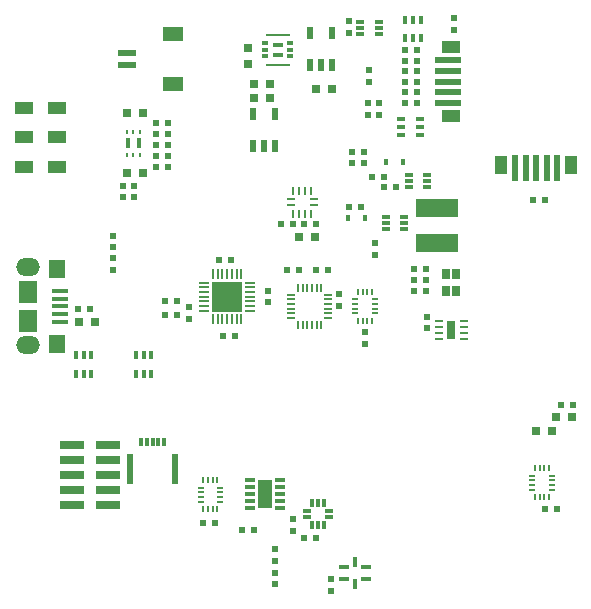
<source format=gbp>
G04 Layer_Color=128*
%FSLAX24Y24*%
%MOIN*%
G70*
G01*
G75*
%ADD14R,0.0236X0.0197*%
%ADD16R,0.0197X0.0236*%
%ADD17R,0.0315X0.0295*%
%ADD20R,0.0295X0.0315*%
%ADD61R,0.0217X0.0236*%
%ADD62R,0.0236X0.0217*%
%ADD64R,0.0157X0.0197*%
%ADD65R,0.0551X0.0630*%
%ADD66R,0.0610X0.0748*%
%ADD67R,0.0531X0.0157*%
%ADD68R,0.0610X0.0236*%
%ADD69R,0.0709X0.0472*%
%ADD70R,0.0236X0.1024*%
%ADD71R,0.0118X0.0315*%
%ADD72R,0.1417X0.0591*%
%ADD73R,0.0256X0.0335*%
%ADD74R,0.0622X0.0417*%
%ADD75R,0.0858X0.0236*%
%ADD76R,0.0417X0.0622*%
%ADD77R,0.0236X0.0858*%
%ADD78R,0.0799X0.0299*%
%ADD79R,0.0276X0.0118*%
%ADD80R,0.0118X0.0276*%
%ADD81R,0.0256X0.0138*%
%ADD83R,0.0630X0.0394*%
%ADD84R,0.1043X0.1043*%
%ADD85O,0.0335X0.0079*%
%ADD86O,0.0079X0.0335*%
%ADD87O,0.0276X0.0079*%
%ADD88O,0.0079X0.0276*%
%ADD93R,0.0315X0.0118*%
%ADD94R,0.0335X0.0177*%
%ADD95R,0.0177X0.0335*%
%ADD96R,0.0295X0.0591*%
%ADD97R,0.0256X0.0098*%
%ADD98R,0.0354X0.0118*%
%ADD99R,0.0472X0.0945*%
%ADD100R,0.0236X0.0394*%
%ADD209O,0.0787X0.0591*%
%ADD210R,0.0177X0.0354*%
%ADD211R,0.0354X0.0157*%
%ADD212O,0.0071X0.0240*%
%ADD213O,0.0240X0.0071*%
%ADD214R,0.0098X0.0256*%
%ADD215R,0.0256X0.0098*%
%ADD216R,0.0098X0.0138*%
%ADD217R,0.0797X0.0108*%
%ADD218R,0.0197X0.0118*%
D14*
X6935Y11511D02*
D03*
X7328D02*
D03*
X7478Y8981D02*
D03*
X7085D02*
D03*
X9203Y11170D02*
D03*
X9597D02*
D03*
X10557D02*
D03*
X10163D02*
D03*
X10176Y12694D02*
D03*
X9783D02*
D03*
X9013D02*
D03*
X9406D02*
D03*
X9764Y2247D02*
D03*
X10158D02*
D03*
X8115Y2502D02*
D03*
X7721D02*
D03*
X6403Y2740D02*
D03*
X6797D02*
D03*
X18345Y6679D02*
D03*
X18739D02*
D03*
X18199Y3199D02*
D03*
X17805D02*
D03*
X17413Y13500D02*
D03*
X17807D02*
D03*
X2243Y9860D02*
D03*
X2637D02*
D03*
X12053Y14280D02*
D03*
X12447D02*
D03*
D16*
X8581Y10488D02*
D03*
Y10094D02*
D03*
X10935Y9964D02*
D03*
Y10357D02*
D03*
X11800Y8703D02*
D03*
Y9097D02*
D03*
X9391Y2470D02*
D03*
Y2864D02*
D03*
X10670Y473D02*
D03*
Y867D02*
D03*
X13876Y9616D02*
D03*
Y9223D02*
D03*
X12130Y11683D02*
D03*
Y12077D02*
D03*
X8807Y1473D02*
D03*
Y1866D02*
D03*
Y693D02*
D03*
Y1086D02*
D03*
D17*
X7900Y18586D02*
D03*
Y18054D02*
D03*
D20*
X9604Y12274D02*
D03*
X10135D02*
D03*
X18718Y6279D02*
D03*
X18186D02*
D03*
X2796Y9440D02*
D03*
X2264D02*
D03*
X3864Y16390D02*
D03*
X4396D02*
D03*
X3864Y14410D02*
D03*
X4396D02*
D03*
X8646Y17380D02*
D03*
X8114D02*
D03*
X8646Y16910D02*
D03*
X8114D02*
D03*
X10706Y17210D02*
D03*
X10174D02*
D03*
X18046Y5820D02*
D03*
X17514D02*
D03*
D61*
X12270Y16727D02*
D03*
Y16333D02*
D03*
X11890Y16333D02*
D03*
Y16727D02*
D03*
X14770Y19567D02*
D03*
Y19173D02*
D03*
X11940Y17827D02*
D03*
Y17433D02*
D03*
X5941Y9938D02*
D03*
Y9544D02*
D03*
X3730Y13987D02*
D03*
Y13593D02*
D03*
X4100Y13593D02*
D03*
Y13987D02*
D03*
X3390Y12317D02*
D03*
Y11923D02*
D03*
Y11163D02*
D03*
Y11557D02*
D03*
X11270Y19083D02*
D03*
Y19477D02*
D03*
D62*
X11757Y14730D02*
D03*
X11363D02*
D03*
X11757Y15090D02*
D03*
X11363D02*
D03*
X13153Y17450D02*
D03*
X13547D02*
D03*
X13153Y18150D02*
D03*
X13547D02*
D03*
X13153Y17100D02*
D03*
X13547D02*
D03*
X13153Y17800D02*
D03*
X13547D02*
D03*
X13153Y18500D02*
D03*
X13547D02*
D03*
X13153Y16750D02*
D03*
X13547D02*
D03*
X13433Y11199D02*
D03*
X13827D02*
D03*
X13433Y10829D02*
D03*
X13827D02*
D03*
X13433Y10459D02*
D03*
X13827D02*
D03*
X5227Y16060D02*
D03*
X4833D02*
D03*
X4833Y15700D02*
D03*
X5227D02*
D03*
X4843Y14970D02*
D03*
X5237D02*
D03*
X4843Y15330D02*
D03*
X5237D02*
D03*
X4843Y14610D02*
D03*
X5237D02*
D03*
X5527Y9680D02*
D03*
X5133D02*
D03*
X5537Y10140D02*
D03*
X5143D02*
D03*
X12847Y13930D02*
D03*
X12453D02*
D03*
X11677Y13280D02*
D03*
X11283D02*
D03*
D64*
X13066Y14760D02*
D03*
X12514D02*
D03*
X11244Y12890D02*
D03*
X11796D02*
D03*
D65*
X1535Y8701D02*
D03*
Y11220D02*
D03*
D66*
X571Y10433D02*
D03*
Y9488D02*
D03*
D67*
X1624Y10472D02*
D03*
Y10217D02*
D03*
Y9449D02*
D03*
Y9705D02*
D03*
Y9961D02*
D03*
D68*
X3888Y18406D02*
D03*
Y18012D02*
D03*
D69*
X5413Y19035D02*
D03*
Y17382D02*
D03*
D70*
X3976Y4528D02*
D03*
X5472D02*
D03*
D71*
X4528Y5433D02*
D03*
X4724D02*
D03*
X4921D02*
D03*
X5118D02*
D03*
X4331D02*
D03*
X10033Y3404D02*
D03*
X10230D02*
D03*
X10427D02*
D03*
Y2656D02*
D03*
X10230D02*
D03*
X10033D02*
D03*
D72*
X14200Y13251D02*
D03*
Y12069D02*
D03*
D73*
X14518Y10463D02*
D03*
Y11033D02*
D03*
X14852D02*
D03*
Y10463D02*
D03*
D74*
X14682Y18613D02*
D03*
Y16291D02*
D03*
D75*
X14564Y18161D02*
D03*
Y17806D02*
D03*
Y17098D02*
D03*
Y16743D02*
D03*
Y17452D02*
D03*
D76*
X16348Y14685D02*
D03*
X18671D02*
D03*
D77*
X16801Y14567D02*
D03*
X17156D02*
D03*
X17864D02*
D03*
X18219D02*
D03*
X17510D02*
D03*
D78*
X2037Y4823D02*
D03*
X3238Y3323D02*
D03*
Y3823D02*
D03*
Y4323D02*
D03*
Y4823D02*
D03*
Y5323D02*
D03*
X2037Y3323D02*
D03*
Y3823D02*
D03*
Y4323D02*
D03*
Y5323D02*
D03*
D79*
X13000Y16190D02*
D03*
Y15934D02*
D03*
Y15678D02*
D03*
X13630D02*
D03*
Y15934D02*
D03*
Y16190D02*
D03*
D80*
X13150Y18890D02*
D03*
X13406D02*
D03*
X13662D02*
D03*
Y19520D02*
D03*
X13406D02*
D03*
X13150D02*
D03*
X4680Y8330D02*
D03*
X4424D02*
D03*
X4168D02*
D03*
Y7700D02*
D03*
X4424D02*
D03*
X4680D02*
D03*
X2680Y8330D02*
D03*
X2424D02*
D03*
X2168D02*
D03*
Y7700D02*
D03*
X2424D02*
D03*
X2680D02*
D03*
D81*
X13275Y14347D02*
D03*
Y14150D02*
D03*
Y13953D02*
D03*
X13885D02*
D03*
Y14150D02*
D03*
Y14347D02*
D03*
X12495Y12927D02*
D03*
Y12730D02*
D03*
Y12533D02*
D03*
X13105D02*
D03*
Y12730D02*
D03*
Y12927D02*
D03*
X11655Y19427D02*
D03*
Y19230D02*
D03*
Y19033D02*
D03*
X12265D02*
D03*
Y19230D02*
D03*
Y19427D02*
D03*
D83*
X1526Y16583D02*
D03*
Y14614D02*
D03*
Y15598D02*
D03*
X423D02*
D03*
Y14614D02*
D03*
Y16583D02*
D03*
D84*
X7210Y10280D02*
D03*
D85*
X6452Y10752D02*
D03*
Y10595D02*
D03*
Y10437D02*
D03*
Y10280D02*
D03*
Y10123D02*
D03*
Y9965D02*
D03*
Y9808D02*
D03*
X7968D02*
D03*
Y9965D02*
D03*
Y10123D02*
D03*
Y10280D02*
D03*
Y10437D02*
D03*
Y10595D02*
D03*
Y10752D02*
D03*
D86*
X6738Y9522D02*
D03*
X6895D02*
D03*
X7053D02*
D03*
X7210D02*
D03*
X7367D02*
D03*
X7525D02*
D03*
X7682D02*
D03*
Y11038D02*
D03*
X7525D02*
D03*
X7367D02*
D03*
X7210D02*
D03*
X7053D02*
D03*
X6895D02*
D03*
X6738D02*
D03*
D87*
X9350Y9567D02*
D03*
Y9724D02*
D03*
Y9882D02*
D03*
Y10039D02*
D03*
Y10197D02*
D03*
Y10354D02*
D03*
X10571D02*
D03*
Y10197D02*
D03*
Y10039D02*
D03*
Y9882D02*
D03*
Y9724D02*
D03*
Y9567D02*
D03*
D88*
X9567Y10571D02*
D03*
X9724D02*
D03*
X9882D02*
D03*
X10039D02*
D03*
X10197D02*
D03*
X10354D02*
D03*
Y9350D02*
D03*
X10197D02*
D03*
X10039D02*
D03*
X9882D02*
D03*
X9724D02*
D03*
X9567D02*
D03*
D93*
X9856Y2932D02*
D03*
Y3128D02*
D03*
X10604D02*
D03*
Y2932D02*
D03*
D94*
X11096Y863D02*
D03*
Y1257D02*
D03*
X11824D02*
D03*
Y863D02*
D03*
D95*
X11460Y1424D02*
D03*
Y696D02*
D03*
D96*
X14685Y9173D02*
D03*
D97*
X15108Y9469D02*
D03*
Y9272D02*
D03*
Y9075D02*
D03*
Y8878D02*
D03*
X14262Y9469D02*
D03*
Y9272D02*
D03*
Y9075D02*
D03*
Y8878D02*
D03*
D98*
X8960Y4175D02*
D03*
Y3939D02*
D03*
Y3702D02*
D03*
Y3466D02*
D03*
Y3230D02*
D03*
X7976D02*
D03*
Y3466D02*
D03*
Y3702D02*
D03*
Y3939D02*
D03*
Y4175D02*
D03*
D99*
X8468Y3702D02*
D03*
D100*
X10714Y17998D02*
D03*
X10340D02*
D03*
X9966D02*
D03*
Y19061D02*
D03*
X10714D02*
D03*
X8814Y15299D02*
D03*
X8440D02*
D03*
X8066D02*
D03*
Y16362D02*
D03*
X8814D02*
D03*
D209*
X571Y11260D02*
D03*
Y8661D02*
D03*
D210*
X4267Y15400D02*
D03*
X3893Y15400D02*
D03*
D211*
X8890Y18687D02*
D03*
X8890Y18333D02*
D03*
D212*
X11573Y9478D02*
D03*
X11730D02*
D03*
X11888D02*
D03*
X12045D02*
D03*
Y10443D02*
D03*
X11888D02*
D03*
X11730D02*
D03*
X11573D02*
D03*
X6414Y3198D02*
D03*
X6571D02*
D03*
X6729D02*
D03*
X6886D02*
D03*
Y4162D02*
D03*
X6729D02*
D03*
X6571D02*
D03*
X6414D02*
D03*
X17466Y3597D02*
D03*
X17623D02*
D03*
X17781D02*
D03*
X17938D02*
D03*
Y4561D02*
D03*
X17781D02*
D03*
X17623D02*
D03*
X17466D02*
D03*
D213*
X12134Y9724D02*
D03*
Y9882D02*
D03*
Y10039D02*
D03*
Y10197D02*
D03*
X11484D02*
D03*
Y10039D02*
D03*
Y9882D02*
D03*
Y9724D02*
D03*
X6975Y3444D02*
D03*
Y3601D02*
D03*
Y3759D02*
D03*
Y3916D02*
D03*
X6325D02*
D03*
Y3759D02*
D03*
Y3601D02*
D03*
Y3444D02*
D03*
X18027Y3843D02*
D03*
Y4000D02*
D03*
Y4158D02*
D03*
Y4315D02*
D03*
X17377D02*
D03*
Y4158D02*
D03*
Y4000D02*
D03*
Y3843D02*
D03*
D214*
X9809Y13808D02*
D03*
X9415D02*
D03*
X9612D02*
D03*
X10006D02*
D03*
Y13040D02*
D03*
X9809D02*
D03*
X9612D02*
D03*
X9415D02*
D03*
D215*
X10094Y13522D02*
D03*
Y13326D02*
D03*
X9327D02*
D03*
Y13522D02*
D03*
D216*
X3863Y15016D02*
D03*
X4080D02*
D03*
X4297D02*
D03*
Y15784D02*
D03*
X4080D02*
D03*
X3863D02*
D03*
D217*
X8890Y18008D02*
D03*
Y19012D02*
D03*
D218*
X8486Y18727D02*
D03*
Y18510D02*
D03*
X9294Y18727D02*
D03*
Y18510D02*
D03*
Y18293D02*
D03*
X8486D02*
D03*
M02*

</source>
